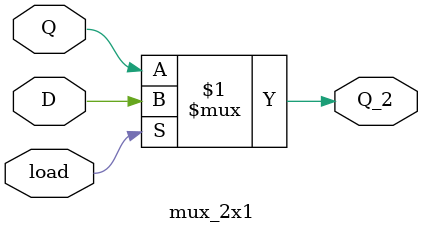
<source format=v>
/*******************************************************************
*
* Module: mux_2x1.v
* Project: Scy_CPU
* Author: Mohamed Sabry momo12320@aucegypt.edu
* Description: 1 bit 2x1 mux
*
* Change history: 23/10/24 – Reformatted
*
**********************************************************************/


module mux_2x1(
 input D,
 input Q,
 input load,
 output Q_2
    );
    assign Q_2= (load)?D:Q;
endmodule

</source>
